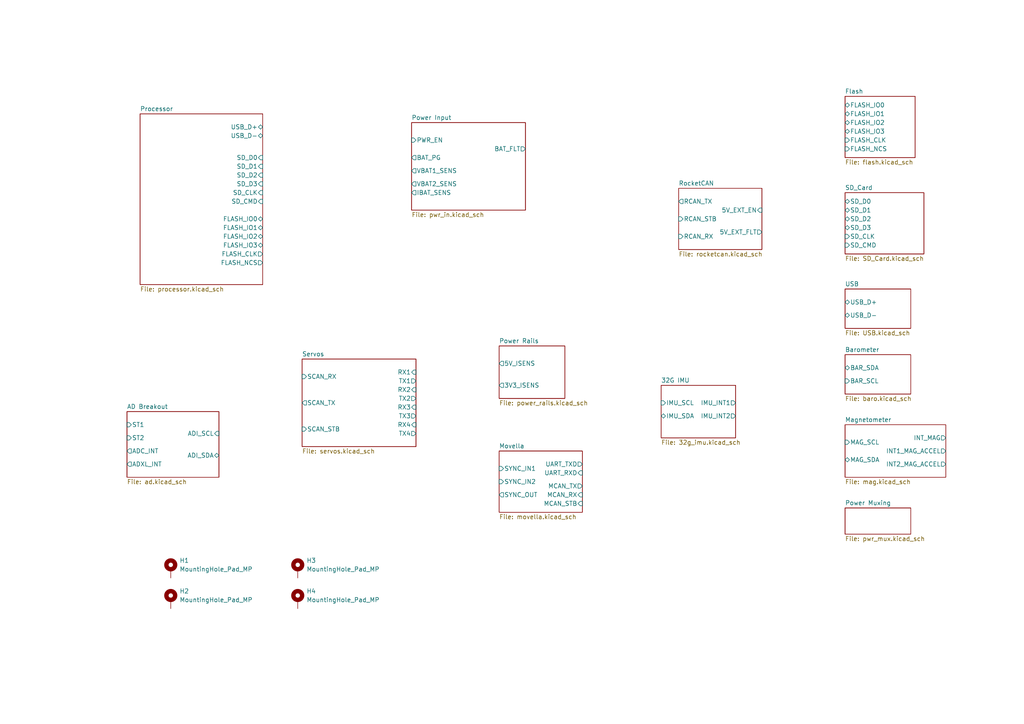
<source format=kicad_sch>
(kicad_sch
	(version 20250114)
	(generator "eeschema")
	(generator_version "9.0")
	(uuid "605ab838-6b02-4cf5-a6b5-94a0cdb1b998")
	(paper "A4")
	(title_block
		(title "Canard Board")
		(company "Waterloo Rocketry")
		(comment 4 "Processor: See STM Application Note AN5419")
	)
	(lib_symbols
		(symbol "Mechanical:MountingHole_Pad_MP"
			(pin_numbers
				(hide yes)
			)
			(pin_names
				(offset 1.016)
				(hide yes)
			)
			(exclude_from_sim no)
			(in_bom no)
			(on_board yes)
			(property "Reference" "H"
				(at 0 6.35 0)
				(effects
					(font
						(size 1.27 1.27)
					)
				)
			)
			(property "Value" "MountingHole_Pad_MP"
				(at 0 4.445 0)
				(effects
					(font
						(size 1.27 1.27)
					)
				)
			)
			(property "Footprint" ""
				(at 0 0 0)
				(effects
					(font
						(size 1.27 1.27)
					)
					(hide yes)
				)
			)
			(property "Datasheet" "~"
				(at 0 0 0)
				(effects
					(font
						(size 1.27 1.27)
					)
					(hide yes)
				)
			)
			(property "Description" "Mounting Hole with connection as pad named MP"
				(at 0 0 0)
				(effects
					(font
						(size 1.27 1.27)
					)
					(hide yes)
				)
			)
			(property "ki_keywords" "mounting hole"
				(at 0 0 0)
				(effects
					(font
						(size 1.27 1.27)
					)
					(hide yes)
				)
			)
			(property "ki_fp_filters" "MountingHole*Pad*"
				(at 0 0 0)
				(effects
					(font
						(size 1.27 1.27)
					)
					(hide yes)
				)
			)
			(symbol "MountingHole_Pad_MP_0_1"
				(circle
					(center 0 1.27)
					(radius 1.27)
					(stroke
						(width 1.27)
						(type default)
					)
					(fill
						(type none)
					)
				)
			)
			(symbol "MountingHole_Pad_MP_1_1"
				(pin input line
					(at 0 -2.54 90)
					(length 2.54)
					(name "MP"
						(effects
							(font
								(size 1.27 1.27)
							)
						)
					)
					(number "MP"
						(effects
							(font
								(size 1.27 1.27)
							)
						)
					)
				)
			)
			(embedded_fonts no)
		)
	)
	(symbol
		(lib_id "Mechanical:MountingHole_Pad_MP")
		(at 49.53 165.1 0)
		(unit 1)
		(exclude_from_sim no)
		(in_bom no)
		(on_board yes)
		(dnp no)
		(fields_autoplaced yes)
		(uuid "0c7546bf-5502-4385-b695-11735a1e0cef")
		(property "Reference" "H1"
			(at 52.07 162.5599 0)
			(effects
				(font
					(size 1.27 1.27)
				)
				(justify left)
			)
		)
		(property "Value" "MountingHole_Pad_MP"
			(at 52.07 165.0999 0)
			(effects
				(font
					(size 1.27 1.27)
				)
				(justify left)
			)
		)
		(property "Footprint" "MountingHole:MountingHole_3.2mm_M3_Pad"
			(at 49.53 165.1 0)
			(effects
				(font
					(size 1.27 1.27)
				)
				(hide yes)
			)
		)
		(property "Datasheet" "~"
			(at 49.53 165.1 0)
			(effects
				(font
					(size 1.27 1.27)
				)
				(hide yes)
			)
		)
		(property "Description" "Mounting Hole with connection as pad named MP"
			(at 49.53 165.1 0)
			(effects
				(font
					(size 1.27 1.27)
				)
				(hide yes)
			)
		)
		(pin "MP"
			(uuid "f42ce1c0-138e-43d1-9ec8-4f2b3fd84bb6")
		)
		(instances
			(project ""
				(path "/605ab838-6b02-4cf5-a6b5-94a0cdb1b998"
					(reference "H1")
					(unit 1)
				)
			)
		)
	)
	(symbol
		(lib_id "Mechanical:MountingHole_Pad_MP")
		(at 86.36 165.1 0)
		(unit 1)
		(exclude_from_sim no)
		(in_bom no)
		(on_board yes)
		(dnp no)
		(fields_autoplaced yes)
		(uuid "d6665461-6025-456c-865e-f338a18b989d")
		(property "Reference" "H3"
			(at 88.9 162.5599 0)
			(effects
				(font
					(size 1.27 1.27)
				)
				(justify left)
			)
		)
		(property "Value" "MountingHole_Pad_MP"
			(at 88.9 165.0999 0)
			(effects
				(font
					(size 1.27 1.27)
				)
				(justify left)
			)
		)
		(property "Footprint" "MountingHole:MountingHole_3.2mm_M3_Pad"
			(at 86.36 165.1 0)
			(effects
				(font
					(size 1.27 1.27)
				)
				(hide yes)
			)
		)
		(property "Datasheet" "~"
			(at 86.36 165.1 0)
			(effects
				(font
					(size 1.27 1.27)
				)
				(hide yes)
			)
		)
		(property "Description" "Mounting Hole with connection as pad named MP"
			(at 86.36 165.1 0)
			(effects
				(font
					(size 1.27 1.27)
				)
				(hide yes)
			)
		)
		(pin "MP"
			(uuid "4569f096-08ed-4166-b7ab-307fcdb221f0")
		)
		(instances
			(project "CanardBoard"
				(path "/605ab838-6b02-4cf5-a6b5-94a0cdb1b998"
					(reference "H3")
					(unit 1)
				)
			)
		)
	)
	(symbol
		(lib_id "Mechanical:MountingHole_Pad_MP")
		(at 86.36 173.99 0)
		(unit 1)
		(exclude_from_sim no)
		(in_bom no)
		(on_board yes)
		(dnp no)
		(fields_autoplaced yes)
		(uuid "dee960c2-feab-4005-9fe0-0a08e39bc8c3")
		(property "Reference" "H4"
			(at 88.9 171.4499 0)
			(effects
				(font
					(size 1.27 1.27)
				)
				(justify left)
			)
		)
		(property "Value" "MountingHole_Pad_MP"
			(at 88.9 173.9899 0)
			(effects
				(font
					(size 1.27 1.27)
				)
				(justify left)
			)
		)
		(property "Footprint" "MountingHole:MountingHole_3.2mm_M3_Pad"
			(at 86.36 173.99 0)
			(effects
				(font
					(size 1.27 1.27)
				)
				(hide yes)
			)
		)
		(property "Datasheet" "~"
			(at 86.36 173.99 0)
			(effects
				(font
					(size 1.27 1.27)
				)
				(hide yes)
			)
		)
		(property "Description" "Mounting Hole with connection as pad named MP"
			(at 86.36 173.99 0)
			(effects
				(font
					(size 1.27 1.27)
				)
				(hide yes)
			)
		)
		(pin "MP"
			(uuid "090d59e8-f010-4720-a5f1-db5789463c56")
		)
		(instances
			(project "CanardBoard"
				(path "/605ab838-6b02-4cf5-a6b5-94a0cdb1b998"
					(reference "H4")
					(unit 1)
				)
			)
		)
	)
	(symbol
		(lib_id "Mechanical:MountingHole_Pad_MP")
		(at 49.53 173.99 0)
		(unit 1)
		(exclude_from_sim no)
		(in_bom no)
		(on_board yes)
		(dnp no)
		(fields_autoplaced yes)
		(uuid "ea958d8e-ce85-47c1-b7f2-780b8921f259")
		(property "Reference" "H2"
			(at 52.07 171.4499 0)
			(effects
				(font
					(size 1.27 1.27)
				)
				(justify left)
			)
		)
		(property "Value" "MountingHole_Pad_MP"
			(at 52.07 173.9899 0)
			(effects
				(font
					(size 1.27 1.27)
				)
				(justify left)
			)
		)
		(property "Footprint" "MountingHole:MountingHole_3.2mm_M3_Pad"
			(at 49.53 173.99 0)
			(effects
				(font
					(size 1.27 1.27)
				)
				(hide yes)
			)
		)
		(property "Datasheet" "~"
			(at 49.53 173.99 0)
			(effects
				(font
					(size 1.27 1.27)
				)
				(hide yes)
			)
		)
		(property "Description" "Mounting Hole with connection as pad named MP"
			(at 49.53 173.99 0)
			(effects
				(font
					(size 1.27 1.27)
				)
				(hide yes)
			)
		)
		(pin "MP"
			(uuid "0e3d27f1-19e1-4eac-914c-d4727d6ca6aa")
		)
		(instances
			(project "CanardBoard"
				(path "/605ab838-6b02-4cf5-a6b5-94a0cdb1b998"
					(reference "H2")
					(unit 1)
				)
			)
		)
	)
	(sheet
		(at 245.11 147.32)
		(size 19.05 7.62)
		(exclude_from_sim no)
		(in_bom yes)
		(on_board yes)
		(dnp no)
		(fields_autoplaced yes)
		(stroke
			(width 0.1524)
			(type solid)
		)
		(fill
			(color 0 0 0 0.0000)
		)
		(uuid "0c7f3b60-6d7c-49e1-9aca-866371c834cd")
		(property "Sheetname" "Power Muxing"
			(at 245.11 146.6084 0)
			(effects
				(font
					(size 1.27 1.27)
				)
				(justify left bottom)
			)
		)
		(property "Sheetfile" "pwr_mux.kicad_sch"
			(at 245.11 155.5246 0)
			(effects
				(font
					(size 1.27 1.27)
				)
				(justify left top)
			)
		)
		(instances
			(project "CanardBoard"
				(path "/605ab838-6b02-4cf5-a6b5-94a0cdb1b998"
					(page "9")
				)
			)
		)
	)
	(sheet
		(at 245.11 27.94)
		(size 20.32 17.78)
		(exclude_from_sim no)
		(in_bom yes)
		(on_board yes)
		(dnp no)
		(fields_autoplaced yes)
		(stroke
			(width 0.1524)
			(type solid)
		)
		(fill
			(color 0 0 0 0.0000)
		)
		(uuid "3bf63de2-f072-4034-9f3c-b5559a05babe")
		(property "Sheetname" "Flash"
			(at 245.11 27.2284 0)
			(effects
				(font
					(size 1.27 1.27)
				)
				(justify left bottom)
			)
		)
		(property "Sheetfile" "flash.kicad_sch"
			(at 245.11 46.3046 0)
			(effects
				(font
					(size 1.27 1.27)
				)
				(justify left top)
			)
		)
		(pin "FLASH_CLK" input
			(at 245.11 40.64 180)
			(uuid "4aecc85c-1525-461a-8b06-480ee05a6413")
			(effects
				(font
					(size 1.27 1.27)
				)
				(justify left)
			)
		)
		(pin "FLASH_IO0" bidirectional
			(at 245.11 30.48 180)
			(uuid "1552fd1f-978a-4d81-ac02-4398d2214d76")
			(effects
				(font
					(size 1.27 1.27)
				)
				(justify left)
			)
		)
		(pin "FLASH_IO1" bidirectional
			(at 245.11 33.02 180)
			(uuid "6083250d-0504-4c30-96fa-caedec94a123")
			(effects
				(font
					(size 1.27 1.27)
				)
				(justify left)
			)
		)
		(pin "FLASH_IO3" bidirectional
			(at 245.11 38.1 180)
			(uuid "4a49a6bb-2ac4-4633-9715-d62f872c098f")
			(effects
				(font
					(size 1.27 1.27)
				)
				(justify left)
			)
		)
		(pin "FLASH_IO2" bidirectional
			(at 245.11 35.56 180)
			(uuid "f6b310fd-184d-4370-b737-6b90983bfcc8")
			(effects
				(font
					(size 1.27 1.27)
				)
				(justify left)
			)
		)
		(pin "FLASH_NCS" input
			(at 245.11 43.18 180)
			(uuid "6f14a2ac-d481-4659-8505-8e07336fd585")
			(effects
				(font
					(size 1.27 1.27)
				)
				(justify left)
			)
		)
		(instances
			(project "CanardBoard"
				(path "/605ab838-6b02-4cf5-a6b5-94a0cdb1b998"
					(page "8")
				)
			)
		)
	)
	(sheet
		(at 196.85 54.61)
		(size 24.13 17.78)
		(exclude_from_sim no)
		(in_bom yes)
		(on_board yes)
		(dnp no)
		(fields_autoplaced yes)
		(stroke
			(width 0.1524)
			(type solid)
		)
		(fill
			(color 0 0 0 0.0000)
		)
		(uuid "4fea5507-ad74-497c-bf16-b3654a0fa101")
		(property "Sheetname" "RocketCAN"
			(at 196.85 53.8984 0)
			(effects
				(font
					(size 1.27 1.27)
				)
				(justify left bottom)
			)
		)
		(property "Sheetfile" "rocketcan.kicad_sch"
			(at 196.85 72.9746 0)
			(effects
				(font
					(size 1.27 1.27)
				)
				(justify left top)
			)
		)
		(pin "RCAN_TX" output
			(at 196.85 58.42 180)
			(uuid "e167a306-a964-412f-877b-437e63a1872a")
			(effects
				(font
					(size 1.27 1.27)
				)
				(justify left)
			)
		)
		(pin "RCAN_STB" input
			(at 196.85 63.5 180)
			(uuid "bc2e2165-895f-45f7-8af8-91f39a05b2ea")
			(effects
				(font
					(size 1.27 1.27)
				)
				(justify left)
			)
		)
		(pin "RCAN_RX" input
			(at 196.85 68.58 180)
			(uuid "0cb7a272-4332-466a-a142-e92069da4c53")
			(effects
				(font
					(size 1.27 1.27)
				)
				(justify left)
			)
		)
		(pin "5V_EXT_EN" input
			(at 220.98 60.96 0)
			(uuid "09a77c8c-eca8-4430-a25e-797dae6168a3")
			(effects
				(font
					(size 1.27 1.27)
				)
				(justify right)
			)
		)
		(pin "5V_EXT_FLT" output
			(at 220.98 67.31 0)
			(uuid "b9834f55-dbbb-4ba2-8d7a-37a34fa384c7")
			(effects
				(font
					(size 1.27 1.27)
				)
				(justify right)
			)
		)
		(instances
			(project "CanardBoard"
				(path "/605ab838-6b02-4cf5-a6b5-94a0cdb1b998"
					(page "10")
				)
			)
		)
	)
	(sheet
		(at 144.78 100.33)
		(size 19.05 15.24)
		(exclude_from_sim no)
		(in_bom yes)
		(on_board yes)
		(dnp no)
		(fields_autoplaced yes)
		(stroke
			(width 0.1524)
			(type solid)
		)
		(fill
			(color 0 0 0 0.0000)
		)
		(uuid "7810f7a5-bfcb-4c6c-aa47-82c93a795425")
		(property "Sheetname" "Power Rails"
			(at 144.78 99.6184 0)
			(effects
				(font
					(size 1.27 1.27)
				)
				(justify left bottom)
			)
		)
		(property "Sheetfile" "power_rails.kicad_sch"
			(at 144.78 116.1546 0)
			(effects
				(font
					(size 1.27 1.27)
				)
				(justify left top)
			)
		)
		(pin "5V_ISENS" output
			(at 144.78 105.41 180)
			(uuid "2820a7df-85df-4739-af46-5ad69ffb050c")
			(effects
				(font
					(size 1.27 1.27)
				)
				(justify left)
			)
		)
		(pin "3V3_ISENS" output
			(at 144.78 111.76 180)
			(uuid "b9b4e546-39e9-45da-bb6e-fdcbe035a707")
			(effects
				(font
					(size 1.27 1.27)
				)
				(justify left)
			)
		)
		(instances
			(project "CanardBoard"
				(path "/605ab838-6b02-4cf5-a6b5-94a0cdb1b998"
					(page "13")
				)
			)
		)
	)
	(sheet
		(at 245.11 55.88)
		(size 22.86 17.78)
		(exclude_from_sim no)
		(in_bom yes)
		(on_board yes)
		(dnp no)
		(fields_autoplaced yes)
		(stroke
			(width 0.1524)
			(type solid)
		)
		(fill
			(color 0 0 0 0.0000)
		)
		(uuid "78243af2-5eea-48f5-811a-91865538cf4e")
		(property "Sheetname" "SD_Card"
			(at 245.11 55.1684 0)
			(effects
				(font
					(size 1.27 1.27)
				)
				(justify left bottom)
			)
		)
		(property "Sheetfile" "SD_Card.kicad_sch"
			(at 245.11 74.2446 0)
			(effects
				(font
					(size 1.27 1.27)
				)
				(justify left top)
			)
		)
		(pin "SD_D0" bidirectional
			(at 245.11 58.42 180)
			(uuid "8d439811-4e50-4d79-b09e-882f3940220f")
			(effects
				(font
					(size 1.27 1.27)
				)
				(justify left)
			)
		)
		(pin "SD_CLK" input
			(at 245.11 68.58 180)
			(uuid "e57c9123-7163-4626-bef1-28474ba68e3d")
			(effects
				(font
					(size 1.27 1.27)
				)
				(justify left)
			)
		)
		(pin "SD_D2" bidirectional
			(at 245.11 63.5 180)
			(uuid "76e35954-69c5-4d2c-a5bd-892a2a5cdce3")
			(effects
				(font
					(size 1.27 1.27)
				)
				(justify left)
			)
		)
		(pin "SD_D3" bidirectional
			(at 245.11 66.04 180)
			(uuid "5010bb3b-8e39-4f74-bb15-920f225ef72f")
			(effects
				(font
					(size 1.27 1.27)
				)
				(justify left)
			)
		)
		(pin "SD_CMD" input
			(at 245.11 71.12 180)
			(uuid "e01eca88-72f5-4deb-854d-cdc00207cc81")
			(effects
				(font
					(size 1.27 1.27)
				)
				(justify left)
			)
		)
		(pin "SD_D1" bidirectional
			(at 245.11 60.96 180)
			(uuid "bc3f485c-8ea7-4faa-9552-aa947c8182d0")
			(effects
				(font
					(size 1.27 1.27)
				)
				(justify left)
			)
		)
		(instances
			(project "CanardBoard"
				(path "/605ab838-6b02-4cf5-a6b5-94a0cdb1b998"
					(page "4")
				)
			)
		)
	)
	(sheet
		(at 36.83 119.38)
		(size 26.67 19.05)
		(exclude_from_sim no)
		(in_bom yes)
		(on_board yes)
		(dnp no)
		(fields_autoplaced yes)
		(stroke
			(width 0.1524)
			(type solid)
		)
		(fill
			(color 0 0 0 0.0000)
		)
		(uuid "a55d08f8-8f83-4119-b902-5b0449cd7b1c")
		(property "Sheetname" "AD Breakout"
			(at 36.83 118.6684 0)
			(effects
				(font
					(size 1.27 1.27)
				)
				(justify left bottom)
			)
		)
		(property "Sheetfile" "ad.kicad_sch"
			(at 36.83 139.0146 0)
			(effects
				(font
					(size 1.27 1.27)
				)
				(justify left top)
			)
		)
		(pin "ST1" input
			(at 36.83 123.19 180)
			(uuid "2f500e7a-0837-4a5f-b42b-027f3e651c5b")
			(effects
				(font
					(size 1.27 1.27)
				)
				(justify left)
			)
		)
		(pin "ADI_SDA" bidirectional
			(at 63.5 132.08 0)
			(uuid "1c0900c3-b21d-4c75-b782-05a9e055177a")
			(effects
				(font
					(size 1.27 1.27)
				)
				(justify right)
			)
		)
		(pin "ADXL_INT" output
			(at 36.83 134.62 180)
			(uuid "38030a16-3f5e-4a16-befa-a3d6d451ede6")
			(effects
				(font
					(size 1.27 1.27)
				)
				(justify left)
			)
		)
		(pin "ST2" input
			(at 36.83 127 180)
			(uuid "e0f1f4ce-ff9c-4cc6-8d0a-8abde4bf80e5")
			(effects
				(font
					(size 1.27 1.27)
				)
				(justify left)
			)
		)
		(pin "ADC_INT" output
			(at 36.83 130.81 180)
			(uuid "2d1b9c55-ad98-4239-8627-cededef3319a")
			(effects
				(font
					(size 1.27 1.27)
				)
				(justify left)
			)
		)
		(pin "ADI_SCL" input
			(at 63.5 125.73 0)
			(uuid "b17bce4b-fb62-45e9-ae62-1e2fa0cb3d76")
			(effects
				(font
					(size 1.27 1.27)
				)
				(justify right)
			)
		)
		(instances
			(project "CanardBoard"
				(path "/605ab838-6b02-4cf5-a6b5-94a0cdb1b998"
					(page "15")
				)
			)
		)
	)
	(sheet
		(at 40.64 33.02)
		(size 35.56 49.53)
		(exclude_from_sim no)
		(in_bom yes)
		(on_board yes)
		(dnp no)
		(fields_autoplaced yes)
		(stroke
			(width 0.1524)
			(type solid)
		)
		(fill
			(color 0 0 0 0.0000)
		)
		(uuid "c3eaca24-e896-4435-8cd5-c6ef0e7fece3")
		(property "Sheetname" "Processor"
			(at 40.64 32.3084 0)
			(effects
				(font
					(size 1.27 1.27)
				)
				(justify left bottom)
			)
		)
		(property "Sheetfile" "processor.kicad_sch"
			(at 40.64 83.1346 0)
			(effects
				(font
					(size 1.27 1.27)
				)
				(justify left top)
			)
		)
		(pin "SD_CLK" input
			(at 76.2 55.88 0)
			(uuid "22d2c186-a427-41ff-b48d-e0dc04f82936")
			(effects
				(font
					(size 1.27 1.27)
				)
				(justify right)
			)
		)
		(pin "SD_CMD" input
			(at 76.2 58.42 0)
			(uuid "8b9fd94d-318f-4220-9f3d-11262203b020")
			(effects
				(font
					(size 1.27 1.27)
				)
				(justify right)
			)
		)
		(pin "SD_D3" input
			(at 76.2 53.34 0)
			(uuid "82cc662d-8b80-42af-a40e-3a40144fb917")
			(effects
				(font
					(size 1.27 1.27)
				)
				(justify right)
			)
		)
		(pin "SD_D2" input
			(at 76.2 50.8 0)
			(uuid "6bf17d46-a673-41f8-a337-ba2f725c90d3")
			(effects
				(font
					(size 1.27 1.27)
				)
				(justify right)
			)
		)
		(pin "SD_D1" input
			(at 76.2 48.26 0)
			(uuid "8a4c4fab-432b-46b8-8ad3-eb2312867d69")
			(effects
				(font
					(size 1.27 1.27)
				)
				(justify right)
			)
		)
		(pin "SD_D0" input
			(at 76.2 45.72 0)
			(uuid "8c2a0ac0-211a-4f05-b6f6-92ffda4dbd06")
			(effects
				(font
					(size 1.27 1.27)
				)
				(justify right)
			)
		)
		(pin "USB_D+" bidirectional
			(at 76.2 36.83 0)
			(uuid "34735ff3-c38a-4cc4-9e18-539fd9893bb8")
			(effects
				(font
					(size 1.27 1.27)
				)
				(justify right)
			)
		)
		(pin "USB_D-" bidirectional
			(at 76.2 39.37 0)
			(uuid "529416a9-afd5-4246-884d-58c7e9725f94")
			(effects
				(font
					(size 1.27 1.27)
				)
				(justify right)
			)
		)
		(pin "FLASH_IO3" bidirectional
			(at 76.2 71.12 0)
			(uuid "7bdb73f5-c814-45c1-a6e8-5dc57cb0e0ab")
			(effects
				(font
					(size 1.27 1.27)
				)
				(justify right)
			)
		)
		(pin "FLASH_IO1" bidirectional
			(at 76.2 66.04 0)
			(uuid "69f8bcca-7a71-4ac5-a641-ed9c6e58b079")
			(effects
				(font
					(size 1.27 1.27)
				)
				(justify right)
			)
		)
		(pin "FLASH_IO0" bidirectional
			(at 76.2 63.5 0)
			(uuid "457c591f-a130-43d6-9302-e098cbfeec17")
			(effects
				(font
					(size 1.27 1.27)
				)
				(justify right)
			)
		)
		(pin "FLASH_IO2" bidirectional
			(at 76.2 68.58 0)
			(uuid "1428a0a6-2608-4444-a1a5-54e160d652a0")
			(effects
				(font
					(size 1.27 1.27)
				)
				(justify right)
			)
		)
		(pin "FLASH_CLK" output
			(at 76.2 73.66 0)
			(uuid "3fc339e7-2628-4f6c-ae51-cd932f08c294")
			(effects
				(font
					(size 1.27 1.27)
				)
				(justify right)
			)
		)
		(pin "FLASH_NCS" output
			(at 76.2 76.2 0)
			(uuid "b0169d6e-e834-4cac-8dbf-a67fb69ebc17")
			(effects
				(font
					(size 1.27 1.27)
				)
				(justify right)
			)
		)
		(instances
			(project "CanardBoard"
				(path "/605ab838-6b02-4cf5-a6b5-94a0cdb1b998"
					(page "2")
				)
			)
		)
	)
	(sheet
		(at 245.11 123.19)
		(size 29.21 15.24)
		(exclude_from_sim no)
		(in_bom yes)
		(on_board yes)
		(dnp no)
		(fields_autoplaced yes)
		(stroke
			(width 0.1524)
			(type solid)
		)
		(fill
			(color 0 0 0 0.0000)
		)
		(uuid "c89c853f-563b-48b4-b201-4be537f61878")
		(property "Sheetname" "Magnetometer"
			(at 245.11 122.4784 0)
			(effects
				(font
					(size 1.27 1.27)
				)
				(justify left bottom)
			)
		)
		(property "Sheetfile" "mag.kicad_sch"
			(at 245.11 139.0146 0)
			(effects
				(font
					(size 1.27 1.27)
				)
				(justify left top)
			)
		)
		(pin "INT2_MAG_ACCEL" output
			(at 274.32 134.62 0)
			(uuid "2ed5d4b8-9aeb-42b9-8301-f06267364a93")
			(effects
				(font
					(size 1.27 1.27)
				)
				(justify right)
			)
		)
		(pin "INT_MAG" output
			(at 274.32 127 0)
			(uuid "011b5aeb-cf48-4eff-8f0b-459b6191a99c")
			(effects
				(font
					(size 1.27 1.27)
				)
				(justify right)
			)
		)
		(pin "INT1_MAG_ACCEL" output
			(at 274.32 130.81 0)
			(uuid "3467b848-0915-4fb4-87b2-479c9c4359cd")
			(effects
				(font
					(size 1.27 1.27)
				)
				(justify right)
			)
		)
		(pin "MAG_SCL" input
			(at 245.11 128.27 180)
			(uuid "d407f754-0323-4725-aed0-ee6347c83e95")
			(effects
				(font
					(size 1.27 1.27)
				)
				(justify left)
			)
		)
		(pin "MAG_SDA" bidirectional
			(at 245.11 133.35 180)
			(uuid "87a3ca6e-4a0a-4ebf-9596-b780f0f99770")
			(effects
				(font
					(size 1.27 1.27)
				)
				(justify left)
			)
		)
		(instances
			(project "CanardBoard"
				(path "/605ab838-6b02-4cf5-a6b5-94a0cdb1b998"
					(page "11")
				)
			)
		)
	)
	(sheet
		(at 191.77 111.76)
		(size 21.59 15.24)
		(exclude_from_sim no)
		(in_bom yes)
		(on_board yes)
		(dnp no)
		(fields_autoplaced yes)
		(stroke
			(width 0.1524)
			(type solid)
		)
		(fill
			(color 0 0 0 0.0000)
		)
		(uuid "d085afc3-1fd0-49b9-b6c3-745b1d294dd7")
		(property "Sheetname" "32G IMU"
			(at 191.77 111.0484 0)
			(effects
				(font
					(size 1.27 1.27)
				)
				(justify left bottom)
			)
		)
		(property "Sheetfile" "32g_imu.kicad_sch"
			(at 191.77 127.5846 0)
			(effects
				(font
					(size 1.27 1.27)
				)
				(justify left top)
			)
		)
		(pin "IMU_SCL" input
			(at 191.77 116.84 180)
			(uuid "e0606f00-552e-4cb6-af91-3bdc7609fef8")
			(effects
				(font
					(size 1.27 1.27)
				)
				(justify left)
			)
		)
		(pin "IMU_SDA" bidirectional
			(at 191.77 120.65 180)
			(uuid "0b0665a5-c05a-42d8-bd9d-978d5afe54d3")
			(effects
				(font
					(size 1.27 1.27)
				)
				(justify left)
			)
		)
		(pin "IMU_INT1" output
			(at 213.36 116.84 0)
			(uuid "5815cd3e-a3f2-4f05-b58f-272699e2e89b")
			(effects
				(font
					(size 1.27 1.27)
				)
				(justify right)
			)
		)
		(pin "IMU_INT2" output
			(at 213.36 120.65 0)
			(uuid "8da251b8-0650-459b-9cb0-f2d8e62b6ba1")
			(effects
				(font
					(size 1.27 1.27)
				)
				(justify right)
			)
		)
		(instances
			(project "CanardBoard"
				(path "/605ab838-6b02-4cf5-a6b5-94a0cdb1b998"
					(page "14")
				)
			)
		)
	)
	(sheet
		(at 87.63 104.14)
		(size 33.02 25.4)
		(exclude_from_sim no)
		(in_bom yes)
		(on_board yes)
		(dnp no)
		(fields_autoplaced yes)
		(stroke
			(width 0.1524)
			(type solid)
		)
		(fill
			(color 0 0 0 0.0000)
		)
		(uuid "d895c830-cd0a-4586-a9b9-4af959e7ca37")
		(property "Sheetname" "Servos"
			(at 87.63 103.4284 0)
			(effects
				(font
					(size 1.27 1.27)
				)
				(justify left bottom)
			)
		)
		(property "Sheetfile" "servos.kicad_sch"
			(at 87.63 130.1246 0)
			(effects
				(font
					(size 1.27 1.27)
				)
				(justify left top)
			)
		)
		(pin "TX3" output
			(at 120.65 120.65 0)
			(uuid "0e16e98f-15c0-43b0-a81d-b1f2fd049be4")
			(effects
				(font
					(size 1.27 1.27)
				)
				(justify right)
			)
		)
		(pin "SCAN_TX" output
			(at 87.63 116.84 180)
			(uuid "08e95527-589c-4305-a1d9-2f1e91ede2b1")
			(effects
				(font
					(size 1.27 1.27)
				)
				(justify left)
			)
		)
		(pin "RX3" input
			(at 120.65 118.11 0)
			(uuid "fabcb92d-4ee1-48a9-a92c-ada861a737f9")
			(effects
				(font
					(size 1.27 1.27)
				)
				(justify right)
			)
		)
		(pin "RX1" input
			(at 120.65 107.95 0)
			(uuid "3f17165d-aef5-46c4-b18a-65863146f8c9")
			(effects
				(font
					(size 1.27 1.27)
				)
				(justify right)
			)
		)
		(pin "TX4" output
			(at 120.65 125.73 0)
			(uuid "a056e003-5c7e-4ad5-acc6-0b0d3410439b")
			(effects
				(font
					(size 1.27 1.27)
				)
				(justify right)
			)
		)
		(pin "RX4" input
			(at 120.65 123.19 0)
			(uuid "ae0aecf7-6d89-4635-9a6d-4402789793ee")
			(effects
				(font
					(size 1.27 1.27)
				)
				(justify right)
			)
		)
		(pin "TX2" output
			(at 120.65 115.57 0)
			(uuid "b285cc24-06e4-4902-a659-b644574c53e7")
			(effects
				(font
					(size 1.27 1.27)
				)
				(justify right)
			)
		)
		(pin "TX1" output
			(at 120.65 110.49 0)
			(uuid "c0dcc096-12c6-4a9d-bfa9-6f1ad131bb7c")
			(effects
				(font
					(size 1.27 1.27)
				)
				(justify right)
			)
		)
		(pin "RX2" input
			(at 120.65 113.03 0)
			(uuid "6f9f2451-0837-496b-b936-5af9da4cc5c4")
			(effects
				(font
					(size 1.27 1.27)
				)
				(justify right)
			)
		)
		(pin "SCAN_RX" input
			(at 87.63 109.22 180)
			(uuid "35d6c308-701d-4968-aa8c-2bcf4b9e08f5")
			(effects
				(font
					(size 1.27 1.27)
				)
				(justify left)
			)
		)
		(pin "SCAN_STB" input
			(at 87.63 124.46 180)
			(uuid "6c5cecbb-7ea1-4ed1-9859-73a0111e4f49")
			(effects
				(font
					(size 1.27 1.27)
				)
				(justify left)
			)
		)
		(instances
			(project "CanardBoard"
				(path "/605ab838-6b02-4cf5-a6b5-94a0cdb1b998"
					(page "6")
				)
			)
		)
	)
	(sheet
		(at 245.11 102.87)
		(size 19.05 11.43)
		(exclude_from_sim no)
		(in_bom yes)
		(on_board yes)
		(dnp no)
		(fields_autoplaced yes)
		(stroke
			(width 0.1524)
			(type solid)
		)
		(fill
			(color 0 0 0 0.0000)
		)
		(uuid "db42c7de-8c16-4fe5-be93-b670591bf657")
		(property "Sheetname" "Barometer"
			(at 245.11 102.1584 0)
			(effects
				(font
					(size 1.27 1.27)
				)
				(justify left bottom)
			)
		)
		(property "Sheetfile" "baro.kicad_sch"
			(at 245.11 114.8846 0)
			(effects
				(font
					(size 1.27 1.27)
				)
				(justify left top)
			)
		)
		(pin "BAR_SCL" input
			(at 245.11 110.49 180)
			(uuid "fcab1c4f-4acb-4e49-9cb1-4a04a793e917")
			(effects
				(font
					(size 1.27 1.27)
				)
				(justify left)
			)
		)
		(pin "BAR_SDA" bidirectional
			(at 245.11 106.68 180)
			(uuid "c9c242e8-b6eb-4406-86f2-8b5be0baf99c")
			(effects
				(font
					(size 1.27 1.27)
				)
				(justify left)
			)
		)
		(instances
			(project "CanardBoard"
				(path "/605ab838-6b02-4cf5-a6b5-94a0cdb1b998"
					(page "3")
				)
			)
		)
	)
	(sheet
		(at 144.78 130.81)
		(size 24.13 17.78)
		(exclude_from_sim no)
		(in_bom yes)
		(on_board yes)
		(dnp no)
		(fields_autoplaced yes)
		(stroke
			(width 0.1524)
			(type solid)
		)
		(fill
			(color 0 0 0 0.0000)
		)
		(uuid "dd6c3a07-f583-422a-8cea-effd238d6377")
		(property "Sheetname" "Movella"
			(at 144.78 130.0984 0)
			(effects
				(font
					(size 1.27 1.27)
				)
				(justify left bottom)
			)
		)
		(property "Sheetfile" "movella.kicad_sch"
			(at 144.78 149.1746 0)
			(effects
				(font
					(size 1.27 1.27)
				)
				(justify left top)
			)
		)
		(pin "SYNC_IN2" input
			(at 144.78 139.7 180)
			(uuid "0e3956cb-b3f4-4fb4-b9e6-d6674ce3f69d")
			(effects
				(font
					(size 1.27 1.27)
				)
				(justify left)
			)
		)
		(pin "SYNC_OUT" output
			(at 144.78 143.51 180)
			(uuid "60e410c1-0f4a-467c-b77a-cd3a2ae11830")
			(effects
				(font
					(size 1.27 1.27)
				)
				(justify left)
			)
		)
		(pin "UART_TXD" output
			(at 168.91 134.62 0)
			(uuid "384d561c-e781-457e-b210-855e23dfa14a")
			(effects
				(font
					(size 1.27 1.27)
				)
				(justify right)
			)
		)
		(pin "UART_RXD" input
			(at 168.91 137.16 0)
			(uuid "98546e68-50be-4276-baaf-4e0ae65428a9")
			(effects
				(font
					(size 1.27 1.27)
				)
				(justify right)
			)
		)
		(pin "SYNC_IN1" input
			(at 144.78 135.89 180)
			(uuid "5a8978bd-4569-4ff9-96b8-2e64a54740b0")
			(effects
				(font
					(size 1.27 1.27)
				)
				(justify left)
			)
		)
		(pin "MCAN_TX" output
			(at 168.91 140.97 0)
			(uuid "dc3b99d9-0990-4925-8374-13faa47b32af")
			(effects
				(font
					(size 1.27 1.27)
				)
				(justify right)
			)
		)
		(pin "MCAN_RX" input
			(at 168.91 143.51 0)
			(uuid "e16e1693-84dc-4ca6-b295-cf08af3cb7a4")
			(effects
				(font
					(size 1.27 1.27)
				)
				(justify right)
			)
		)
		(pin "MCAN_STB" input
			(at 168.91 146.05 0)
			(uuid "b7dd29f1-3c08-4446-a20c-8fd623a51076")
			(effects
				(font
					(size 1.27 1.27)
				)
				(justify right)
			)
		)
		(instances
			(project "CanardBoard"
				(path "/605ab838-6b02-4cf5-a6b5-94a0cdb1b998"
					(page "12")
				)
			)
		)
	)
	(sheet
		(at 245.11 83.82)
		(size 19.05 11.43)
		(exclude_from_sim no)
		(in_bom yes)
		(on_board yes)
		(dnp no)
		(fields_autoplaced yes)
		(stroke
			(width 0.1524)
			(type solid)
		)
		(fill
			(color 0 0 0 0.0000)
		)
		(uuid "f35f6632-7a6b-41d3-bd93-dffb4a5e22b1")
		(property "Sheetname" "USB"
			(at 245.11 83.1084 0)
			(effects
				(font
					(size 1.27 1.27)
				)
				(justify left bottom)
			)
		)
		(property "Sheetfile" "USB.kicad_sch"
			(at 245.11 95.8346 0)
			(effects
				(font
					(size 1.27 1.27)
				)
				(justify left top)
			)
		)
		(pin "USB_D+" bidirectional
			(at 245.11 87.63 180)
			(uuid "92605419-d7d3-4e60-8a1a-32f36758ef97")
			(effects
				(font
					(size 1.27 1.27)
				)
				(justify left)
			)
		)
		(pin "USB_D-" bidirectional
			(at 245.11 91.44 180)
			(uuid "1f59c598-f027-49ae-971f-b7b5f472b372")
			(effects
				(font
					(size 1.27 1.27)
				)
				(justify left)
			)
		)
		(instances
			(project "CanardBoard"
				(path "/605ab838-6b02-4cf5-a6b5-94a0cdb1b998"
					(page "7")
				)
			)
		)
	)
	(sheet
		(at 119.38 35.56)
		(size 33.02 25.4)
		(exclude_from_sim no)
		(in_bom yes)
		(on_board yes)
		(dnp no)
		(fields_autoplaced yes)
		(stroke
			(width 0.1524)
			(type solid)
		)
		(fill
			(color 0 0 0 0.0000)
		)
		(uuid "fb1414de-49cf-4cdd-9e4f-f757c079eeb6")
		(property "Sheetname" "Power Input"
			(at 119.38 34.8484 0)
			(effects
				(font
					(size 1.27 1.27)
				)
				(justify left bottom)
			)
		)
		(property "Sheetfile" "pwr_in.kicad_sch"
			(at 119.38 61.5446 0)
			(effects
				(font
					(size 1.27 1.27)
				)
				(justify left top)
			)
		)
		(pin "PWR_EN" input
			(at 119.38 40.64 180)
			(uuid "362fd912-651b-440c-a910-cbb0f525a706")
			(effects
				(font
					(size 1.27 1.27)
				)
				(justify left)
			)
		)
		(pin "BAT_PG" output
			(at 119.38 45.72 180)
			(uuid "44dc0927-32d2-4a06-8fbd-8a565ec5897c")
			(effects
				(font
					(size 1.27 1.27)
				)
				(justify left)
			)
		)
		(pin "IBAT_SENS" output
			(at 119.38 55.88 180)
			(uuid "c045e875-e6c4-48fe-83c2-2afe16893214")
			(effects
				(font
					(size 1.27 1.27)
				)
				(justify left)
			)
		)
		(pin "VBAT1_SENS" output
			(at 119.38 49.53 180)
			(uuid "2f919f04-a733-4a11-b2fd-5f91f16b444b")
			(effects
				(font
					(size 1.27 1.27)
				)
				(justify left)
			)
		)
		(pin "VBAT2_SENS" output
			(at 119.38 53.34 180)
			(uuid "556d9911-d28c-421c-bc77-70a2984a83b2")
			(effects
				(font
					(size 1.27 1.27)
				)
				(justify left)
			)
		)
		(pin "BAT_FLT" output
			(at 152.4 43.18 0)
			(uuid "9f8dae3f-f210-475e-82ae-50a20bf8e84c")
			(effects
				(font
					(size 1.27 1.27)
				)
				(justify right)
			)
		)
		(instances
			(project "CanardBoard"
				(path "/605ab838-6b02-4cf5-a6b5-94a0cdb1b998"
					(page "5")
				)
			)
		)
	)
	(sheet_instances
		(path "/"
			(page "1")
		)
	)
	(embedded_fonts no)
)

</source>
